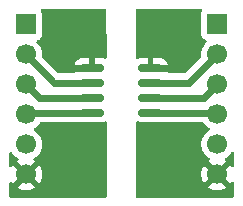
<source format=gbr>
%TF.GenerationSoftware,KiCad,Pcbnew,9.0.6-9.0.6~ubuntu22.04.1*%
%TF.CreationDate,2026-02-11T21:38:48+09:00*%
%TF.ProjectId,usb_typec_serial_insulation,7573625f-7479-4706-9563-5f7365726961,V1.0*%
%TF.SameCoordinates,Original*%
%TF.FileFunction,Copper,L1,Top*%
%TF.FilePolarity,Positive*%
%FSLAX46Y46*%
G04 Gerber Fmt 4.6, Leading zero omitted, Abs format (unit mm)*
G04 Created by KiCad (PCBNEW 9.0.6-9.0.6~ubuntu22.04.1) date 2026-02-11 21:38:48*
%MOMM*%
%LPD*%
G01*
G04 APERTURE LIST*
G04 Aperture macros list*
%AMRoundRect*
0 Rectangle with rounded corners*
0 $1 Rounding radius*
0 $2 $3 $4 $5 $6 $7 $8 $9 X,Y pos of 4 corners*
0 Add a 4 corners polygon primitive as box body*
4,1,4,$2,$3,$4,$5,$6,$7,$8,$9,$2,$3,0*
0 Add four circle primitives for the rounded corners*
1,1,$1+$1,$2,$3*
1,1,$1+$1,$4,$5*
1,1,$1+$1,$6,$7*
1,1,$1+$1,$8,$9*
0 Add four rect primitives between the rounded corners*
20,1,$1+$1,$2,$3,$4,$5,0*
20,1,$1+$1,$4,$5,$6,$7,0*
20,1,$1+$1,$6,$7,$8,$9,0*
20,1,$1+$1,$8,$9,$2,$3,0*%
G04 Aperture macros list end*
%TA.AperFunction,ComponentPad*%
%ADD10R,1.700000X1.700000*%
%TD*%
%TA.AperFunction,ComponentPad*%
%ADD11C,1.700000*%
%TD*%
%TA.AperFunction,SMDPad,CuDef*%
%ADD12RoundRect,0.150000X0.825000X0.150000X-0.825000X0.150000X-0.825000X-0.150000X0.825000X-0.150000X0*%
%TD*%
%TA.AperFunction,ViaPad*%
%ADD13C,0.600000*%
%TD*%
%TA.AperFunction,Conductor*%
%ADD14C,0.600000*%
%TD*%
G04 APERTURE END LIST*
D10*
%TO.P,J2,1,Pin_1*%
%TO.N,unconnected-(J2-Pin_1-Pad1)*%
X129915000Y-90840000D03*
D11*
%TO.P,J2,2,Pin_2*%
%TO.N,Net-(J2-Pin_2)*%
X129915000Y-93380000D03*
%TO.P,J2,3,Pin_3*%
%TO.N,Net-(J2-Pin_3)*%
X129915000Y-95920000D03*
%TO.P,J2,4,Pin_4*%
%TO.N,VCC2*%
X129915000Y-98460000D03*
%TO.P,J2,5,Pin_5*%
%TO.N,unconnected-(J2-Pin_5-Pad5)*%
X129915000Y-101000000D03*
%TO.P,J2,6,Pin_6*%
%TO.N,GND2*%
X129915000Y-103540000D03*
%TD*%
D10*
%TO.P,J1,1,Pin_1*%
%TO.N,unconnected-(J1-Pin_1-Pad1)*%
X146100000Y-90820000D03*
D11*
%TO.P,J1,2,Pin_2*%
%TO.N,Net-(J1-Pin_2)*%
X146100000Y-93360000D03*
%TO.P,J1,3,Pin_3*%
%TO.N,Net-(J1-Pin_3)*%
X146100000Y-95900000D03*
%TO.P,J1,4,Pin_4*%
%TO.N,VCC1*%
X146100000Y-98440000D03*
%TO.P,J1,5,Pin_5*%
%TO.N,unconnected-(J1-Pin_5-Pad5)*%
X146100000Y-100980000D03*
%TO.P,J1,6,Pin_6*%
%TO.N,GND1*%
X146100000Y-103520000D03*
%TD*%
D12*
%TO.P,U1,1,VDD1*%
%TO.N,VCC1*%
X140450000Y-98300000D03*
%TO.P,U1,2,VOA*%
%TO.N,Net-(J1-Pin_3)*%
X140450000Y-97030000D03*
%TO.P,U1,3,VIB*%
%TO.N,Net-(J1-Pin_2)*%
X140450000Y-95760000D03*
%TO.P,U1,4,GND1*%
%TO.N,GND1*%
X140450000Y-94490000D03*
%TO.P,U1,5,GND2*%
%TO.N,GND2*%
X135500000Y-94490000D03*
%TO.P,U1,6,VOB*%
%TO.N,Net-(J2-Pin_2)*%
X135500000Y-95760000D03*
%TO.P,U1,7,VIA*%
%TO.N,Net-(J2-Pin_3)*%
X135500000Y-97030000D03*
%TO.P,U1,8,VDD2*%
%TO.N,VCC2*%
X135500000Y-98300000D03*
%TD*%
D13*
%TO.N,GND2*%
X133000000Y-94500000D03*
%TO.N,GND1*%
X142800000Y-94500000D03*
%TD*%
D14*
%TO.N,GND2*%
X135490000Y-94500000D02*
X135500000Y-94490000D01*
X133000000Y-94500000D02*
X135490000Y-94500000D01*
%TO.N,GND1*%
X142800000Y-94500000D02*
X140460000Y-94500000D01*
X140460000Y-94500000D02*
X140450000Y-94490000D01*
%TO.N,Net-(J2-Pin_2)*%
X135500000Y-95760000D02*
X132295000Y-95760000D01*
X132295000Y-95760000D02*
X129915000Y-93380000D01*
%TO.N,Net-(J2-Pin_3)*%
X135500000Y-97030000D02*
X131025000Y-97030000D01*
X131025000Y-97030000D02*
X129915000Y-95920000D01*
%TO.N,Net-(J1-Pin_2)*%
X140450000Y-95760000D02*
X143700000Y-95760000D01*
X143700000Y-95760000D02*
X146100000Y-93360000D01*
%TO.N,Net-(J1-Pin_3)*%
X140450000Y-97030000D02*
X144970000Y-97030000D01*
X144970000Y-97030000D02*
X146100000Y-95900000D01*
%TO.N,VCC1*%
X140450000Y-98300000D02*
X145960000Y-98300000D01*
X145960000Y-98300000D02*
X146100000Y-98440000D01*
%TO.N,VCC2*%
X135500000Y-98300000D02*
X130075000Y-98300000D01*
X130075000Y-98300000D02*
X129915000Y-98460000D01*
%TD*%
%TA.AperFunction,Conductor*%
%TO.N,GND2*%
G36*
X136718845Y-99072972D02*
G01*
X136755441Y-99132491D01*
X136759789Y-99164320D01*
X136796322Y-105374771D01*
X136777032Y-105441925D01*
X136724498Y-105487989D01*
X136672324Y-105499500D01*
X128624500Y-105499500D01*
X128557461Y-105479815D01*
X128511706Y-105427011D01*
X128500500Y-105375500D01*
X128500500Y-104254014D01*
X128520185Y-104186975D01*
X128572989Y-104141220D01*
X128642147Y-104131276D01*
X128705703Y-104160301D01*
X128734985Y-104197719D01*
X128760375Y-104247550D01*
X128799728Y-104301716D01*
X129432037Y-103669408D01*
X129449075Y-103732993D01*
X129514901Y-103847007D01*
X129607993Y-103940099D01*
X129722007Y-104005925D01*
X129785590Y-104022962D01*
X129153282Y-104655269D01*
X129153282Y-104655270D01*
X129207449Y-104694624D01*
X129396782Y-104791095D01*
X129598870Y-104856757D01*
X129808754Y-104890000D01*
X130021246Y-104890000D01*
X130231127Y-104856757D01*
X130231130Y-104856757D01*
X130433217Y-104791095D01*
X130622554Y-104694622D01*
X130676716Y-104655270D01*
X130676717Y-104655270D01*
X130044408Y-104022962D01*
X130107993Y-104005925D01*
X130222007Y-103940099D01*
X130315099Y-103847007D01*
X130380925Y-103732993D01*
X130397962Y-103669408D01*
X131030270Y-104301717D01*
X131030270Y-104301716D01*
X131069622Y-104247554D01*
X131166095Y-104058217D01*
X131231757Y-103856130D01*
X131231757Y-103856127D01*
X131265000Y-103646246D01*
X131265000Y-103433753D01*
X131231757Y-103223872D01*
X131231757Y-103223869D01*
X131166095Y-103021782D01*
X131069624Y-102832449D01*
X131030270Y-102778282D01*
X131030269Y-102778282D01*
X130397962Y-103410590D01*
X130380925Y-103347007D01*
X130315099Y-103232993D01*
X130222007Y-103139901D01*
X130107993Y-103074075D01*
X130044409Y-103057037D01*
X130676716Y-102424728D01*
X130622547Y-102385373D01*
X130622547Y-102385372D01*
X130613500Y-102380763D01*
X130562706Y-102332788D01*
X130545912Y-102264966D01*
X130568451Y-102198832D01*
X130613508Y-102159793D01*
X130622816Y-102155051D01*
X130702007Y-102097515D01*
X130794786Y-102030109D01*
X130794788Y-102030106D01*
X130794792Y-102030104D01*
X130945104Y-101879792D01*
X130945106Y-101879788D01*
X130945109Y-101879786D01*
X131070048Y-101707820D01*
X131070047Y-101707820D01*
X131070051Y-101707816D01*
X131166557Y-101518412D01*
X131232246Y-101316243D01*
X131265500Y-101106287D01*
X131265500Y-100893713D01*
X131232246Y-100683757D01*
X131166557Y-100481588D01*
X131070051Y-100292184D01*
X131070049Y-100292181D01*
X131070048Y-100292179D01*
X130945109Y-100120213D01*
X130794786Y-99969890D01*
X130622820Y-99844951D01*
X130622115Y-99844591D01*
X130614054Y-99840485D01*
X130563259Y-99792512D01*
X130546463Y-99724692D01*
X130568999Y-99658556D01*
X130614054Y-99619515D01*
X130622816Y-99615051D01*
X130644789Y-99599086D01*
X130794786Y-99490109D01*
X130794788Y-99490106D01*
X130794792Y-99490104D01*
X130945104Y-99339792D01*
X130945106Y-99339788D01*
X130945109Y-99339786D01*
X131064747Y-99175116D01*
X131070051Y-99167816D01*
X131070060Y-99167797D01*
X131072592Y-99163668D01*
X131073571Y-99164268D01*
X131117824Y-99117411D01*
X131180337Y-99100500D01*
X136390686Y-99100500D01*
X136390694Y-99100500D01*
X136427569Y-99097598D01*
X136427571Y-99097597D01*
X136427573Y-99097597D01*
X136512331Y-99072972D01*
X136585398Y-99051744D01*
X136585405Y-99051739D01*
X136586537Y-99051251D01*
X136587511Y-99051130D01*
X136592890Y-99049568D01*
X136593141Y-99050435D01*
X136655880Y-99042687D01*
X136718845Y-99072972D01*
G37*
%TD.AperFunction*%
%TA.AperFunction,Conductor*%
G36*
X128705703Y-101621403D02*
G01*
X128734985Y-101658821D01*
X128759951Y-101707820D01*
X128884890Y-101879786D01*
X129035213Y-102030109D01*
X129207179Y-102155048D01*
X129207181Y-102155049D01*
X129207184Y-102155051D01*
X129216493Y-102159794D01*
X129267290Y-102207766D01*
X129284087Y-102275587D01*
X129261552Y-102341722D01*
X129216505Y-102380760D01*
X129207446Y-102385376D01*
X129207440Y-102385380D01*
X129153282Y-102424727D01*
X129153282Y-102424728D01*
X129785591Y-103057037D01*
X129722007Y-103074075D01*
X129607993Y-103139901D01*
X129514901Y-103232993D01*
X129449075Y-103347007D01*
X129432037Y-103410591D01*
X128799728Y-102778282D01*
X128799727Y-102778282D01*
X128760380Y-102832440D01*
X128760378Y-102832443D01*
X128734984Y-102882282D01*
X128687010Y-102933077D01*
X128619189Y-102949872D01*
X128553054Y-102927334D01*
X128509603Y-102872619D01*
X128500500Y-102825986D01*
X128500500Y-101715116D01*
X128520185Y-101648077D01*
X128572989Y-101602322D01*
X128642147Y-101592378D01*
X128705703Y-101621403D01*
G37*
%TD.AperFunction*%
%TA.AperFunction,Conductor*%
G36*
X136646710Y-89520185D02*
G01*
X136692465Y-89572989D01*
X136703669Y-89623771D01*
X136727141Y-93614075D01*
X136707851Y-93681229D01*
X136655317Y-93727293D01*
X136586218Y-93737644D01*
X136568548Y-93733881D01*
X136427486Y-93692899D01*
X136427489Y-93692899D01*
X136390649Y-93690000D01*
X135750000Y-93690000D01*
X135750000Y-94366000D01*
X135730315Y-94433039D01*
X135677511Y-94478794D01*
X135626000Y-94490000D01*
X135500000Y-94490000D01*
X135500000Y-94616000D01*
X135480315Y-94683039D01*
X135427511Y-94728794D01*
X135376000Y-94740000D01*
X134027705Y-94740000D01*
X134027704Y-94740001D01*
X134027899Y-94742488D01*
X134027900Y-94742494D01*
X134044871Y-94800905D01*
X134044672Y-94870774D01*
X134006730Y-94929444D01*
X133943092Y-94958288D01*
X133925795Y-94959500D01*
X132677939Y-94959500D01*
X132610900Y-94939815D01*
X132590258Y-94923181D01*
X131907075Y-94239998D01*
X134027704Y-94239998D01*
X134027705Y-94240000D01*
X135250000Y-94240000D01*
X135250000Y-93690000D01*
X134609350Y-93690000D01*
X134572510Y-93692899D01*
X134572504Y-93692900D01*
X134414806Y-93738716D01*
X134414803Y-93738717D01*
X134273447Y-93822314D01*
X134273438Y-93822321D01*
X134157321Y-93938438D01*
X134157314Y-93938447D01*
X134073718Y-94079801D01*
X134027899Y-94237513D01*
X134027704Y-94239998D01*
X131907075Y-94239998D01*
X131294843Y-93627766D01*
X131261358Y-93566443D01*
X131260051Y-93520688D01*
X131265500Y-93486287D01*
X131265500Y-93273713D01*
X131232246Y-93063757D01*
X131166557Y-92861588D01*
X131070051Y-92672184D01*
X131070049Y-92672181D01*
X131070048Y-92672179D01*
X130945109Y-92500213D01*
X130831569Y-92386673D01*
X130798084Y-92325350D01*
X130803068Y-92255658D01*
X130844940Y-92199725D01*
X130875915Y-92182810D01*
X131007331Y-92133796D01*
X131122546Y-92047546D01*
X131208796Y-91932331D01*
X131259091Y-91797483D01*
X131265500Y-91737873D01*
X131265499Y-89942128D01*
X131259091Y-89882517D01*
X131208796Y-89747669D01*
X131172221Y-89698811D01*
X131147804Y-89633347D01*
X131162656Y-89565074D01*
X131212061Y-89515668D01*
X131271488Y-89500500D01*
X136579671Y-89500500D01*
X136646710Y-89520185D01*
G37*
%TD.AperFunction*%
%TD*%
%TA.AperFunction,Conductor*%
%TO.N,GND1*%
G36*
X139358595Y-99049999D02*
G01*
X139522426Y-99097597D01*
X139522429Y-99097597D01*
X139522431Y-99097598D01*
X139559306Y-99100500D01*
X140371158Y-99100500D01*
X144847390Y-99100500D01*
X144914429Y-99120185D01*
X144947708Y-99151615D01*
X145069890Y-99319785D01*
X145069894Y-99319790D01*
X145220213Y-99470109D01*
X145392182Y-99595050D01*
X145400946Y-99599516D01*
X145451742Y-99647491D01*
X145468536Y-99715312D01*
X145445998Y-99781447D01*
X145400946Y-99820484D01*
X145392182Y-99824949D01*
X145220213Y-99949890D01*
X145069890Y-100100213D01*
X144944951Y-100272179D01*
X144848444Y-100461585D01*
X144782753Y-100663760D01*
X144749500Y-100873713D01*
X144749500Y-101086286D01*
X144782753Y-101296239D01*
X144848444Y-101498414D01*
X144944951Y-101687820D01*
X145069890Y-101859786D01*
X145220213Y-102010109D01*
X145392179Y-102135048D01*
X145392181Y-102135049D01*
X145392184Y-102135051D01*
X145401493Y-102139794D01*
X145452290Y-102187766D01*
X145469087Y-102255587D01*
X145446552Y-102321722D01*
X145401505Y-102360760D01*
X145392446Y-102365376D01*
X145392440Y-102365380D01*
X145338282Y-102404727D01*
X145338282Y-102404728D01*
X145970591Y-103037037D01*
X145907007Y-103054075D01*
X145792993Y-103119901D01*
X145699901Y-103212993D01*
X145634075Y-103327007D01*
X145617037Y-103390591D01*
X144984728Y-102758282D01*
X144984727Y-102758282D01*
X144945380Y-102812439D01*
X144848904Y-103001782D01*
X144783242Y-103203869D01*
X144783242Y-103203872D01*
X144750000Y-103413753D01*
X144750000Y-103626246D01*
X144783242Y-103836127D01*
X144783242Y-103836130D01*
X144848904Y-104038217D01*
X144945375Y-104227550D01*
X144984728Y-104281716D01*
X145617037Y-103649408D01*
X145634075Y-103712993D01*
X145699901Y-103827007D01*
X145792993Y-103920099D01*
X145907007Y-103985925D01*
X145970590Y-104002962D01*
X145338282Y-104635269D01*
X145338282Y-104635270D01*
X145392449Y-104674624D01*
X145581782Y-104771095D01*
X145783870Y-104836757D01*
X145993754Y-104870000D01*
X146206246Y-104870000D01*
X146416127Y-104836757D01*
X146416130Y-104836757D01*
X146618217Y-104771095D01*
X146807554Y-104674622D01*
X146861716Y-104635270D01*
X146861717Y-104635270D01*
X146229408Y-104002962D01*
X146292993Y-103985925D01*
X146407007Y-103920099D01*
X146500099Y-103827007D01*
X146565925Y-103712993D01*
X146582962Y-103649408D01*
X147215270Y-104281717D01*
X147215270Y-104281716D01*
X147254624Y-104227552D01*
X147265015Y-104207159D01*
X147312989Y-104156362D01*
X147380810Y-104139567D01*
X147446945Y-104162104D01*
X147490397Y-104216819D01*
X147499500Y-104263453D01*
X147499500Y-105375500D01*
X147479815Y-105442539D01*
X147427011Y-105488294D01*
X147375500Y-105499500D01*
X139324000Y-105499500D01*
X139256961Y-105479815D01*
X139211206Y-105427011D01*
X139200000Y-105375500D01*
X139200000Y-99169075D01*
X139219685Y-99102036D01*
X139272489Y-99056281D01*
X139341647Y-99046337D01*
X139358595Y-99049999D01*
G37*
%TD.AperFunction*%
%TA.AperFunction,Conductor*%
G36*
X147446945Y-101623206D02*
G01*
X147490397Y-101677921D01*
X147499500Y-101724555D01*
X147499500Y-102776546D01*
X147479815Y-102843585D01*
X147427011Y-102889340D01*
X147357853Y-102899284D01*
X147294297Y-102870259D01*
X147265016Y-102832842D01*
X147254626Y-102812452D01*
X147215270Y-102758282D01*
X147215269Y-102758282D01*
X146582962Y-103390590D01*
X146565925Y-103327007D01*
X146500099Y-103212993D01*
X146407007Y-103119901D01*
X146292993Y-103054075D01*
X146229409Y-103037037D01*
X146861716Y-102404728D01*
X146807547Y-102365373D01*
X146807547Y-102365372D01*
X146798500Y-102360763D01*
X146747706Y-102312788D01*
X146730912Y-102244966D01*
X146753451Y-102178832D01*
X146798508Y-102139793D01*
X146807816Y-102135051D01*
X146887007Y-102077515D01*
X146979786Y-102010109D01*
X146979788Y-102010106D01*
X146979792Y-102010104D01*
X147130104Y-101859792D01*
X147130106Y-101859788D01*
X147130109Y-101859786D01*
X147255050Y-101687817D01*
X147265015Y-101668261D01*
X147312989Y-101617464D01*
X147380810Y-101600669D01*
X147446945Y-101623206D01*
G37*
%TD.AperFunction*%
%TA.AperFunction,Conductor*%
G36*
X144795579Y-89520185D02*
G01*
X144841334Y-89572989D01*
X144851278Y-89642147D01*
X144827807Y-89698811D01*
X144806204Y-89727668D01*
X144806202Y-89727671D01*
X144755908Y-89862517D01*
X144749501Y-89922116D01*
X144749500Y-89922135D01*
X144749500Y-91717870D01*
X144749501Y-91717876D01*
X144755908Y-91777483D01*
X144806202Y-91912328D01*
X144806206Y-91912335D01*
X144892452Y-92027544D01*
X144892455Y-92027547D01*
X145007664Y-92113793D01*
X145007671Y-92113797D01*
X145139082Y-92162810D01*
X145195016Y-92204681D01*
X145219433Y-92270145D01*
X145204582Y-92338418D01*
X145183431Y-92366673D01*
X145069889Y-92480215D01*
X144944951Y-92652179D01*
X144848444Y-92841585D01*
X144782753Y-93043760D01*
X144749500Y-93253713D01*
X144749500Y-93466287D01*
X144749499Y-93466287D01*
X144754948Y-93500686D01*
X144745993Y-93569979D01*
X144720156Y-93607764D01*
X143404741Y-94923181D01*
X143343418Y-94956666D01*
X143317060Y-94959500D01*
X142024205Y-94959500D01*
X141957166Y-94939815D01*
X141911411Y-94887011D01*
X141901467Y-94817853D01*
X141905129Y-94800905D01*
X141922099Y-94742494D01*
X141922100Y-94742488D01*
X141922295Y-94740001D01*
X141922295Y-94740000D01*
X140574000Y-94740000D01*
X140506961Y-94720315D01*
X140461206Y-94667511D01*
X140450000Y-94616000D01*
X140450000Y-94490000D01*
X140324000Y-94490000D01*
X140256961Y-94470315D01*
X140211206Y-94417511D01*
X140200000Y-94366000D01*
X140200000Y-94240000D01*
X140700000Y-94240000D01*
X141922295Y-94240000D01*
X141922295Y-94239998D01*
X141922100Y-94237513D01*
X141876281Y-94079801D01*
X141792685Y-93938447D01*
X141792678Y-93938438D01*
X141676561Y-93822321D01*
X141676552Y-93822314D01*
X141535196Y-93738717D01*
X141535193Y-93738716D01*
X141377495Y-93692900D01*
X141377489Y-93692899D01*
X141340649Y-93690000D01*
X140700000Y-93690000D01*
X140700000Y-94240000D01*
X140200000Y-94240000D01*
X140200000Y-93690000D01*
X139559350Y-93690000D01*
X139522510Y-93692899D01*
X139358594Y-93740521D01*
X139288725Y-93740321D01*
X139230055Y-93702378D01*
X139201212Y-93638740D01*
X139200000Y-93621444D01*
X139200000Y-89624500D01*
X139219685Y-89557461D01*
X139272489Y-89511706D01*
X139324000Y-89500500D01*
X144728540Y-89500500D01*
X144795579Y-89520185D01*
G37*
%TD.AperFunction*%
%TD*%
M02*

</source>
